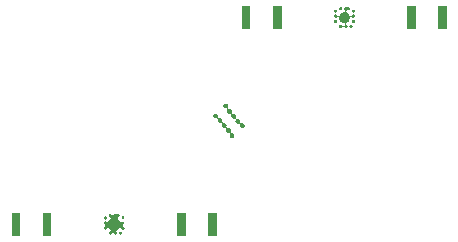
<source format=gbr>
G04 #@! TF.GenerationSoftware,KiCad,Pcbnew,5.0.2-bee76a0~70~ubuntu18.04.1*
G04 #@! TF.CreationDate,2019-07-08T07:57:12+02:00*
G04 #@! TF.ProjectId,upper_Sensor,75707065-725f-4536-956e-736f722e6b69,rev?*
G04 #@! TF.SameCoordinates,Original*
G04 #@! TF.FileFunction,Soldermask,Top*
G04 #@! TF.FilePolarity,Negative*
%FSLAX46Y46*%
G04 Gerber Fmt 4.6, Leading zero omitted, Abs format (unit mm)*
G04 Created by KiCad (PCBNEW 5.0.2-bee76a0~70~ubuntu18.04.1) date Mo 08 Jul 2019 07:57:12 CEST*
%MOMM*%
%LPD*%
G01*
G04 APERTURE LIST*
%ADD10C,0.200000*%
%ADD11C,0.100000*%
G04 APERTURE END LIST*
D10*
X130305902Y-62830000D02*
G75*
G03X130305902Y-62830000I-55902J0D01*
G01*
X129665902Y-61750000D02*
G75*
G03X129665902Y-61750000I-55902J0D01*
G01*
X129665901Y-63250000D02*
G75*
G03X129665901Y-63250000I-55901J0D01*
G01*
X128805902Y-62390000D02*
G75*
G03X128805902Y-62390000I-55902J0D01*
G01*
X130305902Y-62390000D02*
G75*
G03X130305902Y-62390000I-55902J0D01*
G01*
X129225902Y-61750000D02*
G75*
G03X129225902Y-61750000I-55902J0D01*
G01*
X128805902Y-62830000D02*
G75*
G03X128805902Y-62830000I-55902J0D01*
G01*
X128805902Y-61950000D02*
G75*
G03X128805902Y-61950000I-55902J0D01*
G01*
X130305902Y-61950000D02*
G75*
G03X130305902Y-61950000I-55902J0D01*
G01*
X130105901Y-63250000D02*
G75*
G03X130105901Y-63250000I-55901J0D01*
G01*
X129225901Y-63250000D02*
G75*
G03X129225901Y-63250000I-55901J0D01*
G01*
X129885902Y-61750000D02*
G75*
G03X129885902Y-61750000I-55902J0D01*
G01*
X110805902Y-80330000D02*
G75*
G03X110805902Y-80330000I-55902J0D01*
G01*
X110165902Y-79250000D02*
G75*
G03X110165902Y-79250000I-55902J0D01*
G01*
X110165901Y-80750000D02*
G75*
G03X110165901Y-80750000I-55901J0D01*
G01*
X109305902Y-79890000D02*
G75*
G03X109305902Y-79890000I-55902J0D01*
G01*
X110805902Y-79890000D02*
G75*
G03X110805902Y-79890000I-55902J0D01*
G01*
X109725902Y-79250000D02*
G75*
G03X109725902Y-79250000I-55902J0D01*
G01*
X109305902Y-80330000D02*
G75*
G03X109305902Y-80330000I-55902J0D01*
G01*
X109305902Y-79450000D02*
G75*
G03X109305902Y-79450000I-55902J0D01*
G01*
X110805902Y-79450000D02*
G75*
G03X110805902Y-79450000I-55902J0D01*
G01*
X110605901Y-80750000D02*
G75*
G03X110605901Y-80750000I-55901J0D01*
G01*
X109725901Y-80750000D02*
G75*
G03X109725901Y-80750000I-55901J0D01*
G01*
X110385902Y-79250000D02*
G75*
G03X110385902Y-79250000I-55902J0D01*
G01*
D11*
G36*
X104691000Y-80966000D02*
X103959000Y-80966000D01*
X103959000Y-79034000D01*
X104691000Y-79034000D01*
X104691000Y-80966000D01*
X104691000Y-80966000D01*
G37*
G36*
X116041000Y-80966000D02*
X115309000Y-80966000D01*
X115309000Y-79034000D01*
X116041000Y-79034000D01*
X116041000Y-80966000D01*
X116041000Y-80966000D01*
G37*
G36*
X118691000Y-80966000D02*
X117959000Y-80966000D01*
X117959000Y-79034000D01*
X118691000Y-79034000D01*
X118691000Y-80966000D01*
X118691000Y-80966000D01*
G37*
G36*
X102041000Y-80966000D02*
X101309000Y-80966000D01*
X101309000Y-79034000D01*
X102041000Y-79034000D01*
X102041000Y-80966000D01*
X102041000Y-80966000D01*
G37*
G36*
X110760049Y-79717835D02*
X110771600Y-79739446D01*
X110787146Y-79758388D01*
X110806088Y-79773934D01*
X110812679Y-79778338D01*
X110812684Y-79778340D01*
X110833321Y-79792129D01*
X110850871Y-79809679D01*
X110864660Y-79830316D01*
X110874158Y-79853247D01*
X110879000Y-79877590D01*
X110879000Y-79902410D01*
X110874158Y-79926753D01*
X110864660Y-79949684D01*
X110850871Y-79970321D01*
X110833321Y-79987871D01*
X110812684Y-80001660D01*
X110812679Y-80001662D01*
X110806088Y-80006066D01*
X110787146Y-80021612D01*
X110771600Y-80040554D01*
X110760049Y-80062165D01*
X110752936Y-80085614D01*
X110750534Y-80110000D01*
X110752936Y-80134386D01*
X110760049Y-80157835D01*
X110771600Y-80179446D01*
X110787146Y-80198388D01*
X110806088Y-80213934D01*
X110812679Y-80218338D01*
X110812684Y-80218340D01*
X110833321Y-80232129D01*
X110850871Y-80249679D01*
X110864660Y-80270316D01*
X110874158Y-80293247D01*
X110879000Y-80317590D01*
X110879000Y-80342410D01*
X110874158Y-80366753D01*
X110864660Y-80389684D01*
X110850871Y-80410321D01*
X110833321Y-80427871D01*
X110812684Y-80441660D01*
X110789753Y-80451158D01*
X110765410Y-80456000D01*
X110732967Y-80456000D01*
X110708581Y-80458402D01*
X110688638Y-80464451D01*
X110685518Y-80454165D01*
X110673967Y-80432554D01*
X110658426Y-80413618D01*
X110655129Y-80410321D01*
X110641340Y-80389684D01*
X110639180Y-80384470D01*
X110627630Y-80362862D01*
X110612084Y-80343920D01*
X110593142Y-80328375D01*
X110571530Y-80316825D01*
X110548081Y-80309712D01*
X110523695Y-80307311D01*
X110499308Y-80309713D01*
X110475860Y-80316827D01*
X110454249Y-80328379D01*
X110435310Y-80343923D01*
X110351245Y-80427988D01*
X110258646Y-80489861D01*
X110241994Y-80498762D01*
X110223053Y-80514308D01*
X110207508Y-80533250D01*
X110195957Y-80554861D01*
X110188844Y-80578311D01*
X110186443Y-80602697D01*
X110188845Y-80627083D01*
X110195959Y-80650532D01*
X110207510Y-80672141D01*
X110207866Y-80672674D01*
X110207871Y-80672679D01*
X110221660Y-80693316D01*
X110221662Y-80693320D01*
X110226067Y-80699913D01*
X110241612Y-80718855D01*
X110260555Y-80734400D01*
X110282166Y-80745951D01*
X110305404Y-80753000D01*
X110282165Y-80760049D01*
X110260554Y-80771600D01*
X110241612Y-80787146D01*
X110226066Y-80806088D01*
X110221662Y-80812679D01*
X110221660Y-80812684D01*
X110207871Y-80833321D01*
X110190321Y-80850871D01*
X110169684Y-80864660D01*
X110146753Y-80874158D01*
X110122410Y-80879000D01*
X110097590Y-80879000D01*
X110073247Y-80874158D01*
X110050316Y-80864660D01*
X110029679Y-80850871D01*
X110012129Y-80833321D01*
X109998340Y-80812684D01*
X109998338Y-80812679D01*
X109993934Y-80806088D01*
X109978388Y-80787146D01*
X109959446Y-80771600D01*
X109937835Y-80760049D01*
X109914386Y-80752936D01*
X109890000Y-80750534D01*
X109865614Y-80752936D01*
X109842165Y-80760049D01*
X109820554Y-80771600D01*
X109801612Y-80787146D01*
X109786066Y-80806088D01*
X109781662Y-80812679D01*
X109781660Y-80812684D01*
X109767871Y-80833321D01*
X109750321Y-80850871D01*
X109729684Y-80864660D01*
X109706753Y-80874158D01*
X109682410Y-80879000D01*
X109657590Y-80879000D01*
X109633247Y-80874158D01*
X109610316Y-80864660D01*
X109589679Y-80850871D01*
X109572129Y-80833321D01*
X109558340Y-80812684D01*
X109548842Y-80789753D01*
X109544000Y-80765410D01*
X109544000Y-80740590D01*
X109548842Y-80716247D01*
X109558340Y-80693316D01*
X109572129Y-80672679D01*
X109589679Y-80655129D01*
X109610316Y-80641340D01*
X109615530Y-80639180D01*
X109637138Y-80627630D01*
X109656080Y-80612084D01*
X109671625Y-80593142D01*
X109683175Y-80571530D01*
X109690288Y-80548081D01*
X109692689Y-80523695D01*
X109690287Y-80499308D01*
X109683173Y-80475860D01*
X109671621Y-80454249D01*
X109656077Y-80435310D01*
X109564690Y-80343923D01*
X109545748Y-80328377D01*
X109524137Y-80316826D01*
X109500688Y-80309713D01*
X109476302Y-80307311D01*
X109451916Y-80309713D01*
X109428467Y-80316826D01*
X109406856Y-80328377D01*
X109387914Y-80343923D01*
X109372368Y-80362865D01*
X109360820Y-80384470D01*
X109358660Y-80389684D01*
X109344871Y-80410321D01*
X109327321Y-80427871D01*
X109306684Y-80441660D01*
X109283753Y-80451158D01*
X109259410Y-80456000D01*
X109234590Y-80456000D01*
X109210247Y-80451158D01*
X109187316Y-80441660D01*
X109166679Y-80427871D01*
X109149129Y-80410321D01*
X109135340Y-80389684D01*
X109125842Y-80366753D01*
X109121000Y-80342410D01*
X109121000Y-80317590D01*
X109125842Y-80293247D01*
X109135340Y-80270316D01*
X109149129Y-80249679D01*
X109166679Y-80232129D01*
X109187316Y-80218340D01*
X109187321Y-80218338D01*
X109193912Y-80213934D01*
X109212854Y-80198388D01*
X109228400Y-80179446D01*
X109239951Y-80157835D01*
X109247064Y-80134386D01*
X109249466Y-80110000D01*
X109247064Y-80085614D01*
X109239951Y-80062165D01*
X109228400Y-80040554D01*
X109212854Y-80021612D01*
X109193912Y-80006066D01*
X109187321Y-80001662D01*
X109187316Y-80001660D01*
X109166679Y-79987871D01*
X109149129Y-79970321D01*
X109135340Y-79949684D01*
X109125842Y-79926753D01*
X109121000Y-79902410D01*
X109121000Y-79877590D01*
X109125842Y-79853247D01*
X109135340Y-79830316D01*
X109149129Y-79809679D01*
X109166679Y-79792129D01*
X109187316Y-79778340D01*
X109187321Y-79778338D01*
X109193912Y-79773934D01*
X109212854Y-79758388D01*
X109228400Y-79739446D01*
X109239951Y-79717835D01*
X109247000Y-79694597D01*
X109254049Y-79717835D01*
X109265600Y-79739446D01*
X109281146Y-79758388D01*
X109300087Y-79773933D01*
X109306680Y-79778338D01*
X109306684Y-79778340D01*
X109327321Y-79792129D01*
X109327326Y-79792134D01*
X109327859Y-79792490D01*
X109349470Y-79804042D01*
X109372919Y-79811155D01*
X109397305Y-79813557D01*
X109421691Y-79811155D01*
X109445140Y-79804042D01*
X109466751Y-79792491D01*
X109485694Y-79776946D01*
X109501239Y-79758004D01*
X109510139Y-79741354D01*
X109572012Y-79648755D01*
X109656077Y-79564690D01*
X109671623Y-79545748D01*
X109683174Y-79524137D01*
X109690287Y-79500688D01*
X109692689Y-79476302D01*
X109690287Y-79451916D01*
X109683174Y-79428467D01*
X109671623Y-79406856D01*
X109656077Y-79387914D01*
X109637135Y-79372368D01*
X109615530Y-79360820D01*
X109610316Y-79358660D01*
X109589679Y-79344871D01*
X109586382Y-79341574D01*
X109567446Y-79326033D01*
X109545835Y-79314482D01*
X109535549Y-79311362D01*
X109541598Y-79291419D01*
X109544000Y-79267033D01*
X109544000Y-79234591D01*
X109545231Y-79228400D01*
X109548842Y-79210247D01*
X109558340Y-79187316D01*
X109572129Y-79166679D01*
X109589679Y-79149129D01*
X109610316Y-79135340D01*
X109633247Y-79125842D01*
X109657590Y-79121000D01*
X109682410Y-79121000D01*
X109706753Y-79125842D01*
X109729684Y-79135340D01*
X109750321Y-79149129D01*
X109767871Y-79166679D01*
X109781660Y-79187316D01*
X109781662Y-79187321D01*
X109786066Y-79193912D01*
X109801612Y-79212854D01*
X109820554Y-79228400D01*
X109842165Y-79239951D01*
X109865614Y-79247064D01*
X109890000Y-79249466D01*
X109914386Y-79247064D01*
X109937835Y-79239951D01*
X109959446Y-79228400D01*
X109978388Y-79212854D01*
X109993934Y-79193912D01*
X109998338Y-79187321D01*
X109998340Y-79187316D01*
X110012129Y-79166679D01*
X110029679Y-79149129D01*
X110050316Y-79135340D01*
X110073247Y-79125842D01*
X110097590Y-79121000D01*
X110122410Y-79121000D01*
X110146754Y-79125842D01*
X110160142Y-79131388D01*
X110169684Y-79135340D01*
X110169685Y-79135341D01*
X110172165Y-79136368D01*
X110195614Y-79143481D01*
X110220001Y-79145883D01*
X110244387Y-79143481D01*
X110267835Y-79136368D01*
X110270315Y-79135341D01*
X110270316Y-79135340D01*
X110279858Y-79131388D01*
X110293246Y-79125842D01*
X110317590Y-79121000D01*
X110342410Y-79121000D01*
X110366753Y-79125842D01*
X110389684Y-79135340D01*
X110410321Y-79149129D01*
X110427871Y-79166679D01*
X110441660Y-79187316D01*
X110451158Y-79210247D01*
X110454769Y-79228400D01*
X110456000Y-79234591D01*
X110456000Y-79267033D01*
X110458402Y-79291419D01*
X110464451Y-79311362D01*
X110454165Y-79314482D01*
X110432554Y-79326033D01*
X110413618Y-79341574D01*
X110410321Y-79344871D01*
X110389684Y-79358660D01*
X110384470Y-79360820D01*
X110362862Y-79372370D01*
X110343920Y-79387916D01*
X110328375Y-79406858D01*
X110316825Y-79428470D01*
X110309712Y-79451919D01*
X110307311Y-79476305D01*
X110309713Y-79500692D01*
X110316827Y-79524140D01*
X110328379Y-79545751D01*
X110343923Y-79564690D01*
X110427988Y-79648755D01*
X110489861Y-79741354D01*
X110498762Y-79758006D01*
X110514308Y-79776947D01*
X110533250Y-79792492D01*
X110554861Y-79804043D01*
X110578311Y-79811156D01*
X110602697Y-79813557D01*
X110627083Y-79811155D01*
X110650532Y-79804041D01*
X110672141Y-79792490D01*
X110672674Y-79792134D01*
X110672679Y-79792129D01*
X110693316Y-79778340D01*
X110693320Y-79778338D01*
X110699913Y-79773933D01*
X110718855Y-79758388D01*
X110734400Y-79739445D01*
X110745951Y-79717834D01*
X110753000Y-79694597D01*
X110760049Y-79717835D01*
X110760049Y-79717835D01*
G37*
G36*
X110617482Y-80628835D02*
X110629033Y-80650446D01*
X110644574Y-80669382D01*
X110647871Y-80672679D01*
X110661660Y-80693316D01*
X110671158Y-80716247D01*
X110676000Y-80740590D01*
X110676000Y-80765410D01*
X110671158Y-80789753D01*
X110661660Y-80812684D01*
X110647871Y-80833321D01*
X110630321Y-80850871D01*
X110609684Y-80864660D01*
X110586753Y-80874158D01*
X110562410Y-80879000D01*
X110537590Y-80879000D01*
X110513247Y-80874158D01*
X110490316Y-80864660D01*
X110469679Y-80850871D01*
X110452129Y-80833321D01*
X110438340Y-80812684D01*
X110438338Y-80812679D01*
X110433934Y-80806088D01*
X110418388Y-80787146D01*
X110399446Y-80771600D01*
X110377835Y-80760049D01*
X110354597Y-80753000D01*
X110377836Y-80745951D01*
X110399447Y-80734399D01*
X110418389Y-80718854D01*
X110433934Y-80699912D01*
X110438338Y-80693321D01*
X110438340Y-80693316D01*
X110452129Y-80672679D01*
X110469679Y-80655129D01*
X110490316Y-80641340D01*
X110513247Y-80631842D01*
X110537590Y-80627000D01*
X110570033Y-80627000D01*
X110594419Y-80624598D01*
X110614362Y-80618549D01*
X110617482Y-80628835D01*
X110617482Y-80628835D01*
G37*
G36*
X110789753Y-79328842D02*
X110812684Y-79338340D01*
X110833321Y-79352129D01*
X110850871Y-79369679D01*
X110864660Y-79390316D01*
X110874158Y-79413247D01*
X110879000Y-79437590D01*
X110879000Y-79462410D01*
X110874158Y-79486753D01*
X110864660Y-79509684D01*
X110850871Y-79530321D01*
X110833321Y-79547871D01*
X110812684Y-79561660D01*
X110812679Y-79561662D01*
X110806088Y-79566066D01*
X110787146Y-79581612D01*
X110771600Y-79600554D01*
X110760049Y-79622165D01*
X110753000Y-79645403D01*
X110745951Y-79622164D01*
X110734399Y-79600553D01*
X110718854Y-79581611D01*
X110699912Y-79566066D01*
X110693321Y-79561662D01*
X110693316Y-79561660D01*
X110672679Y-79547871D01*
X110655129Y-79530321D01*
X110641340Y-79509684D01*
X110631842Y-79486753D01*
X110627000Y-79462410D01*
X110627000Y-79429967D01*
X110624598Y-79405581D01*
X110618549Y-79385638D01*
X110628835Y-79382518D01*
X110650446Y-79370967D01*
X110669382Y-79355426D01*
X110672679Y-79352129D01*
X110693316Y-79338340D01*
X110716247Y-79328842D01*
X110740590Y-79324000D01*
X110765410Y-79324000D01*
X110789753Y-79328842D01*
X110789753Y-79328842D01*
G37*
G36*
X109283753Y-79328842D02*
X109306684Y-79338340D01*
X109327321Y-79352129D01*
X109330618Y-79355426D01*
X109349554Y-79370967D01*
X109371165Y-79382518D01*
X109381451Y-79385638D01*
X109375402Y-79405581D01*
X109373000Y-79429967D01*
X109373000Y-79462410D01*
X109368158Y-79486753D01*
X109358660Y-79509684D01*
X109344871Y-79530321D01*
X109327321Y-79547871D01*
X109306684Y-79561660D01*
X109306679Y-79561662D01*
X109300088Y-79566066D01*
X109281146Y-79581612D01*
X109265600Y-79600554D01*
X109254049Y-79622165D01*
X109247000Y-79645403D01*
X109239951Y-79622165D01*
X109228400Y-79600554D01*
X109212854Y-79581612D01*
X109193912Y-79566066D01*
X109187321Y-79561662D01*
X109187316Y-79561660D01*
X109166679Y-79547871D01*
X109149129Y-79530321D01*
X109135340Y-79509684D01*
X109125842Y-79486753D01*
X109121000Y-79462410D01*
X109121000Y-79437590D01*
X109125842Y-79413247D01*
X109135340Y-79390316D01*
X109149129Y-79369679D01*
X109166679Y-79352129D01*
X109187316Y-79338340D01*
X109210247Y-79328842D01*
X109234590Y-79324000D01*
X109259410Y-79324000D01*
X109283753Y-79328842D01*
X109283753Y-79328842D01*
G37*
G36*
X118598402Y-70627536D02*
X118633846Y-70634586D01*
X118670425Y-70649738D01*
X118670427Y-70649739D01*
X118703347Y-70671736D01*
X118731342Y-70699731D01*
X118749866Y-70727453D01*
X118753340Y-70732653D01*
X118768492Y-70769232D01*
X118776216Y-70808065D01*
X118776216Y-70847659D01*
X118770791Y-70874932D01*
X118768390Y-70899311D01*
X118770792Y-70923697D01*
X118777905Y-70947146D01*
X118789456Y-70968757D01*
X118805001Y-70987700D01*
X118823943Y-71003245D01*
X118845553Y-71014796D01*
X118869003Y-71021910D01*
X118893389Y-71024312D01*
X118917776Y-71021910D01*
X118947252Y-71016047D01*
X118986848Y-71016047D01*
X118996555Y-71017978D01*
X119025680Y-71023771D01*
X119062259Y-71038923D01*
X119062261Y-71038924D01*
X119077131Y-71048860D01*
X119095180Y-71060920D01*
X119123177Y-71088917D01*
X119134100Y-71105265D01*
X119144469Y-71120782D01*
X119145174Y-71121838D01*
X119160326Y-71158417D01*
X119164956Y-71181697D01*
X119168050Y-71197249D01*
X119168050Y-71236845D01*
X119158343Y-71285646D01*
X119157106Y-71289723D01*
X119154703Y-71314110D01*
X119157104Y-71338496D01*
X119164216Y-71361945D01*
X119175766Y-71383557D01*
X119191311Y-71402500D01*
X119210252Y-71418046D01*
X119231863Y-71429598D01*
X119255311Y-71436712D01*
X119279698Y-71439115D01*
X119297418Y-71437370D01*
X119340382Y-71437370D01*
X119349154Y-71439115D01*
X119379214Y-71445094D01*
X119415793Y-71460246D01*
X119415795Y-71460247D01*
X119421175Y-71463842D01*
X119435417Y-71473358D01*
X119448715Y-71482244D01*
X119476710Y-71510239D01*
X119497470Y-71541307D01*
X119498708Y-71543161D01*
X119513860Y-71579740D01*
X119516824Y-71594644D01*
X119521584Y-71618572D01*
X119521584Y-71658168D01*
X119511882Y-71706945D01*
X119510641Y-71711032D01*
X119508235Y-71735418D01*
X119510632Y-71759805D01*
X119517741Y-71783255D01*
X119529288Y-71804868D01*
X119544830Y-71823813D01*
X119563769Y-71839362D01*
X119585378Y-71850918D01*
X119608825Y-71858036D01*
X119633211Y-71860442D01*
X119650950Y-71858697D01*
X119693915Y-71858697D01*
X119697293Y-71859369D01*
X119732747Y-71866421D01*
X119769326Y-71881573D01*
X119769328Y-71881574D01*
X119802248Y-71903571D01*
X119830243Y-71931566D01*
X119851013Y-71962649D01*
X119852241Y-71964488D01*
X119867393Y-72001067D01*
X119875117Y-72039900D01*
X119875117Y-72079494D01*
X119867393Y-72118327D01*
X119858695Y-72139324D01*
X119851582Y-72162773D01*
X119849180Y-72187160D01*
X119851582Y-72211546D01*
X119858695Y-72234995D01*
X119870246Y-72256606D01*
X119885791Y-72275548D01*
X119904734Y-72291094D01*
X119926344Y-72302645D01*
X119949793Y-72309758D01*
X119974180Y-72312160D01*
X120009146Y-72312160D01*
X120018853Y-72314091D01*
X120047978Y-72319884D01*
X120084557Y-72335036D01*
X120084559Y-72335037D01*
X120101130Y-72346110D01*
X120117478Y-72357033D01*
X120145475Y-72385030D01*
X120156398Y-72401378D01*
X120162216Y-72410084D01*
X120167472Y-72417951D01*
X120182624Y-72454530D01*
X120190348Y-72493363D01*
X120190348Y-72532957D01*
X120182624Y-72571790D01*
X120167472Y-72608369D01*
X120167471Y-72608371D01*
X120145474Y-72641291D01*
X120117479Y-72669286D01*
X120084559Y-72691283D01*
X120084558Y-72691284D01*
X120084557Y-72691284D01*
X120047978Y-72706436D01*
X120018853Y-72712229D01*
X120009146Y-72714160D01*
X119969550Y-72714160D01*
X119959843Y-72712229D01*
X119930718Y-72706436D01*
X119894139Y-72691284D01*
X119894138Y-72691284D01*
X119894137Y-72691283D01*
X119861217Y-72669286D01*
X119833222Y-72641291D01*
X119811225Y-72608371D01*
X119811224Y-72608369D01*
X119796072Y-72571790D01*
X119788348Y-72532957D01*
X119788348Y-72493363D01*
X119796072Y-72454530D01*
X119804771Y-72433529D01*
X119811883Y-72410084D01*
X119814285Y-72385697D01*
X119811883Y-72361311D01*
X119804770Y-72337862D01*
X119793219Y-72316251D01*
X119777674Y-72297309D01*
X119758731Y-72281763D01*
X119737121Y-72270212D01*
X119713672Y-72263099D01*
X119689285Y-72260697D01*
X119654319Y-72260697D01*
X119644612Y-72258766D01*
X119615487Y-72252973D01*
X119578908Y-72237821D01*
X119578907Y-72237821D01*
X119578906Y-72237820D01*
X119545986Y-72215823D01*
X119517991Y-72187828D01*
X119517545Y-72187160D01*
X119507067Y-72171479D01*
X119495994Y-72154908D01*
X119489539Y-72139324D01*
X119480841Y-72118327D01*
X119473117Y-72079494D01*
X119473117Y-72039900D01*
X119480841Y-72001067D01*
X119482819Y-71991122D01*
X119484060Y-71987035D01*
X119486466Y-71962649D01*
X119484069Y-71938262D01*
X119476960Y-71914812D01*
X119465413Y-71893199D01*
X119449871Y-71874254D01*
X119430932Y-71858705D01*
X119409323Y-71847149D01*
X119385876Y-71840031D01*
X119361490Y-71837625D01*
X119343751Y-71839370D01*
X119300786Y-71839370D01*
X119291079Y-71837439D01*
X119261954Y-71831646D01*
X119225375Y-71816494D01*
X119225374Y-71816494D01*
X119225373Y-71816493D01*
X119192453Y-71794496D01*
X119164458Y-71766501D01*
X119142461Y-71733581D01*
X119138792Y-71724723D01*
X119127308Y-71697000D01*
X119119584Y-71658167D01*
X119119584Y-71618573D01*
X119127308Y-71579740D01*
X119129291Y-71569771D01*
X119130528Y-71565694D01*
X119132931Y-71541307D01*
X119130530Y-71516921D01*
X119123418Y-71493472D01*
X119111868Y-71471860D01*
X119096323Y-71452917D01*
X119077382Y-71437371D01*
X119055771Y-71425819D01*
X119032323Y-71418705D01*
X119007936Y-71416302D01*
X118990216Y-71418047D01*
X118947252Y-71418047D01*
X118937545Y-71416116D01*
X118908420Y-71410323D01*
X118871841Y-71395171D01*
X118871840Y-71395171D01*
X118871839Y-71395170D01*
X118838919Y-71373173D01*
X118810924Y-71345178D01*
X118804483Y-71335538D01*
X118796754Y-71323971D01*
X118788927Y-71312258D01*
X118782485Y-71296706D01*
X118773774Y-71275677D01*
X118766050Y-71236844D01*
X118766050Y-71197250D01*
X118771475Y-71169977D01*
X118773876Y-71145598D01*
X118771474Y-71121212D01*
X118764361Y-71097763D01*
X118752810Y-71076152D01*
X118737265Y-71057209D01*
X118718323Y-71041664D01*
X118696713Y-71030113D01*
X118673263Y-71022999D01*
X118648877Y-71020597D01*
X118624490Y-71022999D01*
X118595014Y-71028862D01*
X118555418Y-71028862D01*
X118545711Y-71026931D01*
X118516586Y-71021138D01*
X118480007Y-71005986D01*
X118480006Y-71005986D01*
X118480005Y-71005985D01*
X118447085Y-70983988D01*
X118419090Y-70955993D01*
X118416870Y-70952670D01*
X118408166Y-70939644D01*
X118397093Y-70923073D01*
X118397092Y-70923071D01*
X118381940Y-70886492D01*
X118374216Y-70847659D01*
X118374216Y-70808065D01*
X118381940Y-70769232D01*
X118397092Y-70732653D01*
X118400567Y-70727453D01*
X118419090Y-70699731D01*
X118447085Y-70671736D01*
X118480005Y-70649739D01*
X118480007Y-70649738D01*
X118516586Y-70634586D01*
X118552030Y-70627536D01*
X118555418Y-70626862D01*
X118595014Y-70626862D01*
X118598402Y-70627536D01*
X118598402Y-70627536D01*
G37*
G36*
X119477369Y-69781727D02*
X119506494Y-69787520D01*
X119543073Y-69802672D01*
X119543075Y-69802673D01*
X119559646Y-69813746D01*
X119575994Y-69824669D01*
X119603991Y-69852666D01*
X119625988Y-69885587D01*
X119641140Y-69922166D01*
X119648864Y-69960999D01*
X119648864Y-70000593D01*
X119641141Y-70039423D01*
X119641140Y-70039425D01*
X119632442Y-70060423D01*
X119625328Y-70083872D01*
X119622926Y-70108258D01*
X119625327Y-70132644D01*
X119632440Y-70156093D01*
X119643991Y-70177704D01*
X119659536Y-70196647D01*
X119678478Y-70212192D01*
X119700089Y-70223744D01*
X119723538Y-70230858D01*
X119747926Y-70233260D01*
X119782894Y-70233260D01*
X119792601Y-70235191D01*
X119821726Y-70240984D01*
X119858305Y-70256136D01*
X119858307Y-70256137D01*
X119891227Y-70278134D01*
X119919222Y-70306129D01*
X119935964Y-70331184D01*
X119941220Y-70339051D01*
X119956372Y-70375630D01*
X119962165Y-70404755D01*
X119964096Y-70414462D01*
X119964096Y-70454058D01*
X119954385Y-70502880D01*
X119953148Y-70506959D01*
X119950749Y-70531346D01*
X119953154Y-70555732D01*
X119960271Y-70579180D01*
X119971825Y-70600789D01*
X119987373Y-70619729D01*
X120006317Y-70635272D01*
X120027929Y-70646820D01*
X120051379Y-70653930D01*
X120075766Y-70656329D01*
X120093466Y-70654584D01*
X120136426Y-70654584D01*
X120145198Y-70656329D01*
X120175258Y-70662308D01*
X120211837Y-70677460D01*
X120211839Y-70677461D01*
X120228410Y-70688534D01*
X120244758Y-70699457D01*
X120272755Y-70727454D01*
X120294752Y-70760375D01*
X120309904Y-70796954D01*
X120312114Y-70808065D01*
X120317628Y-70835786D01*
X120317628Y-70875382D01*
X120307917Y-70924204D01*
X120306680Y-70928283D01*
X120304281Y-70952670D01*
X120306686Y-70977056D01*
X120313803Y-71000504D01*
X120325357Y-71022113D01*
X120340905Y-71041053D01*
X120359849Y-71056596D01*
X120381461Y-71068144D01*
X120404911Y-71075254D01*
X120429298Y-71077653D01*
X120447003Y-71075908D01*
X120489959Y-71075908D01*
X120498731Y-71077653D01*
X120528791Y-71083632D01*
X120562905Y-71097763D01*
X120565372Y-71098785D01*
X120581943Y-71109858D01*
X120598291Y-71120781D01*
X120626288Y-71148778D01*
X120648285Y-71181699D01*
X120663437Y-71218278D01*
X120671161Y-71257111D01*
X120671161Y-71296705D01*
X120665736Y-71323978D01*
X120663335Y-71348357D01*
X120665737Y-71372743D01*
X120672850Y-71396192D01*
X120684401Y-71417803D01*
X120699946Y-71436746D01*
X120718888Y-71452291D01*
X120740498Y-71463842D01*
X120763948Y-71470956D01*
X120788334Y-71473358D01*
X120812717Y-71470957D01*
X120842200Y-71465093D01*
X120881795Y-71465093D01*
X120891502Y-71467024D01*
X120920627Y-71472817D01*
X120957206Y-71487969D01*
X120957208Y-71487970D01*
X120990128Y-71509967D01*
X121018123Y-71537962D01*
X121039378Y-71569771D01*
X121040121Y-71570884D01*
X121055273Y-71607463D01*
X121062997Y-71646296D01*
X121062997Y-71685890D01*
X121055273Y-71724723D01*
X121040121Y-71761302D01*
X121018124Y-71794223D01*
X120990127Y-71822220D01*
X120976020Y-71831646D01*
X120957208Y-71844216D01*
X120957207Y-71844217D01*
X120957206Y-71844217D01*
X120920627Y-71859369D01*
X120891502Y-71865162D01*
X120881795Y-71867093D01*
X120842199Y-71867093D01*
X120832492Y-71865162D01*
X120803367Y-71859369D01*
X120766788Y-71844217D01*
X120766787Y-71844217D01*
X120766786Y-71844216D01*
X120747974Y-71831646D01*
X120733867Y-71822220D01*
X120705870Y-71794223D01*
X120683873Y-71761302D01*
X120668721Y-71724723D01*
X120660997Y-71685890D01*
X120660997Y-71646296D01*
X120666422Y-71619023D01*
X120668823Y-71594644D01*
X120666421Y-71570258D01*
X120659308Y-71546809D01*
X120647757Y-71525198D01*
X120632212Y-71506255D01*
X120613270Y-71490710D01*
X120591660Y-71479159D01*
X120568210Y-71472045D01*
X120543824Y-71469643D01*
X120519441Y-71472044D01*
X120489958Y-71477908D01*
X120450363Y-71477908D01*
X120440656Y-71475977D01*
X120411531Y-71470184D01*
X120374952Y-71455032D01*
X120374951Y-71455032D01*
X120374950Y-71455031D01*
X120358379Y-71443958D01*
X120342031Y-71433035D01*
X120314034Y-71405038D01*
X120292743Y-71373174D01*
X120292038Y-71372119D01*
X120292037Y-71372117D01*
X120276885Y-71335538D01*
X120269161Y-71296705D01*
X120269161Y-71257111D01*
X120276885Y-71218278D01*
X120278872Y-71208288D01*
X120280109Y-71204209D01*
X120282508Y-71179822D01*
X120280103Y-71155436D01*
X120272986Y-71131988D01*
X120261432Y-71110379D01*
X120245884Y-71091439D01*
X120226940Y-71075896D01*
X120205328Y-71064348D01*
X120181878Y-71057238D01*
X120157491Y-71054839D01*
X120139786Y-71056584D01*
X120096830Y-71056584D01*
X120087123Y-71054653D01*
X120057998Y-71048860D01*
X120021419Y-71033708D01*
X120021418Y-71033708D01*
X120021417Y-71033707D01*
X120001797Y-71020597D01*
X119988498Y-71011711D01*
X119960501Y-70983714D01*
X119949578Y-70967366D01*
X119938505Y-70950795D01*
X119938504Y-70950793D01*
X119923352Y-70914214D01*
X119915628Y-70875381D01*
X119915628Y-70835787D01*
X119923352Y-70796954D01*
X119925339Y-70786964D01*
X119926576Y-70782885D01*
X119928975Y-70758498D01*
X119926570Y-70734112D01*
X119919453Y-70710664D01*
X119907899Y-70689055D01*
X119892351Y-70670115D01*
X119873407Y-70654572D01*
X119851795Y-70643024D01*
X119828345Y-70635914D01*
X119803958Y-70633515D01*
X119786258Y-70635260D01*
X119743298Y-70635260D01*
X119733591Y-70633329D01*
X119704466Y-70627536D01*
X119667887Y-70612384D01*
X119667886Y-70612384D01*
X119667885Y-70612383D01*
X119634965Y-70590386D01*
X119606970Y-70562391D01*
X119584973Y-70529471D01*
X119584972Y-70529469D01*
X119569820Y-70492890D01*
X119562096Y-70454057D01*
X119562096Y-70414463D01*
X119569820Y-70375630D01*
X119578519Y-70354629D01*
X119585632Y-70331184D01*
X119588034Y-70306798D01*
X119585633Y-70282412D01*
X119578520Y-70258963D01*
X119566969Y-70237352D01*
X119551424Y-70218409D01*
X119532482Y-70202864D01*
X119510871Y-70191312D01*
X119487422Y-70184198D01*
X119463034Y-70181796D01*
X119428066Y-70181796D01*
X119418359Y-70179865D01*
X119389234Y-70174072D01*
X119352655Y-70158920D01*
X119352654Y-70158920D01*
X119352653Y-70158919D01*
X119319733Y-70136922D01*
X119291738Y-70108927D01*
X119269741Y-70076007D01*
X119263286Y-70060423D01*
X119254588Y-70039426D01*
X119246864Y-70000593D01*
X119246864Y-69960999D01*
X119254588Y-69922166D01*
X119269740Y-69885587D01*
X119291737Y-69852666D01*
X119319734Y-69824669D01*
X119336082Y-69813746D01*
X119352653Y-69802673D01*
X119352655Y-69802672D01*
X119389234Y-69787520D01*
X119418359Y-69781727D01*
X119428066Y-69779796D01*
X119467662Y-69779796D01*
X119477369Y-69781727D01*
X119477369Y-69781727D01*
G37*
G36*
X138191000Y-63466000D02*
X137459000Y-63466000D01*
X137459000Y-61534000D01*
X138191000Y-61534000D01*
X138191000Y-63466000D01*
X138191000Y-63466000D01*
G37*
G36*
X124191000Y-63466000D02*
X123459000Y-63466000D01*
X123459000Y-61534000D01*
X124191000Y-61534000D01*
X124191000Y-63466000D01*
X124191000Y-63466000D01*
G37*
G36*
X121541000Y-63466000D02*
X120809000Y-63466000D01*
X120809000Y-61534000D01*
X121541000Y-61534000D01*
X121541000Y-63466000D01*
X121541000Y-63466000D01*
G37*
G36*
X135541000Y-63466000D02*
X134809000Y-63466000D01*
X134809000Y-61534000D01*
X135541000Y-61534000D01*
X135541000Y-63466000D01*
X135541000Y-63466000D01*
G37*
G36*
X129198537Y-63130208D02*
X129221264Y-63132446D01*
X129221955Y-63133288D01*
X129240892Y-63148829D01*
X129250321Y-63155129D01*
X129267871Y-63172679D01*
X129281660Y-63193316D01*
X129281662Y-63193321D01*
X129286066Y-63199912D01*
X129301612Y-63218854D01*
X129320554Y-63234400D01*
X129342165Y-63245951D01*
X129365403Y-63253000D01*
X129342165Y-63260049D01*
X129320554Y-63271600D01*
X129301612Y-63287146D01*
X129286066Y-63306088D01*
X129281662Y-63312679D01*
X129281660Y-63312684D01*
X129267871Y-63333321D01*
X129250321Y-63350871D01*
X129229684Y-63364660D01*
X129206753Y-63374158D01*
X129182410Y-63379000D01*
X129157590Y-63379000D01*
X129133247Y-63374158D01*
X129110316Y-63364660D01*
X129089679Y-63350871D01*
X129072129Y-63333321D01*
X129058340Y-63312684D01*
X129048842Y-63289753D01*
X129044000Y-63265410D01*
X129044000Y-63240590D01*
X129048842Y-63216247D01*
X129058340Y-63193316D01*
X129072129Y-63172679D01*
X129089679Y-63155129D01*
X129110316Y-63141340D01*
X129133247Y-63131842D01*
X129157590Y-63127000D01*
X129182410Y-63127000D01*
X129198537Y-63130208D01*
X129198537Y-63130208D01*
G37*
G36*
X129634581Y-61623421D02*
X129646754Y-61625842D01*
X129660142Y-61631388D01*
X129669684Y-61635340D01*
X129669685Y-61635341D01*
X129672165Y-61636368D01*
X129695614Y-61643481D01*
X129720001Y-61645883D01*
X129744387Y-61643481D01*
X129767835Y-61636368D01*
X129770315Y-61635341D01*
X129770316Y-61635340D01*
X129779858Y-61631388D01*
X129793246Y-61625842D01*
X129805419Y-61623421D01*
X129817590Y-61621000D01*
X129842410Y-61621000D01*
X129866753Y-61625842D01*
X129889684Y-61635340D01*
X129910321Y-61649129D01*
X129927871Y-61666679D01*
X129941660Y-61687316D01*
X129951158Y-61710247D01*
X129954769Y-61728400D01*
X129956000Y-61734591D01*
X129956000Y-61767033D01*
X129958402Y-61791419D01*
X129964451Y-61811362D01*
X129954165Y-61814482D01*
X129932554Y-61826033D01*
X129913618Y-61841574D01*
X129910321Y-61844871D01*
X129889684Y-61858660D01*
X129866753Y-61868158D01*
X129842410Y-61873000D01*
X129817590Y-61873000D01*
X129801463Y-61869792D01*
X129777085Y-61867391D01*
X129752699Y-61869792D01*
X129729249Y-61876905D01*
X129707638Y-61888456D01*
X129688696Y-61904001D01*
X129673150Y-61922943D01*
X129661599Y-61944554D01*
X129654485Y-61968003D01*
X129652083Y-61992389D01*
X129654484Y-62016775D01*
X129661597Y-62040225D01*
X129673148Y-62061836D01*
X129688693Y-62080778D01*
X129707636Y-62096324D01*
X129787497Y-62149686D01*
X129850311Y-62212500D01*
X129850313Y-62212503D01*
X129850314Y-62212504D01*
X129899671Y-62286371D01*
X129899672Y-62286374D01*
X129899673Y-62286375D01*
X129914122Y-62321259D01*
X129925673Y-62342870D01*
X129941218Y-62361812D01*
X129960160Y-62377357D01*
X129981771Y-62388909D01*
X130005220Y-62396022D01*
X130029606Y-62398424D01*
X130053993Y-62396022D01*
X130077442Y-62388909D01*
X130099053Y-62377358D01*
X130117995Y-62361813D01*
X130133540Y-62342871D01*
X130135894Y-62338468D01*
X130141338Y-62330320D01*
X130141340Y-62330316D01*
X130155129Y-62309679D01*
X130172679Y-62292129D01*
X130193316Y-62278340D01*
X130193321Y-62278338D01*
X130199912Y-62273934D01*
X130218854Y-62258388D01*
X130234400Y-62239446D01*
X130245951Y-62217835D01*
X130253000Y-62194597D01*
X130260049Y-62217835D01*
X130271600Y-62239446D01*
X130287146Y-62258388D01*
X130306088Y-62273934D01*
X130312679Y-62278338D01*
X130312684Y-62278340D01*
X130333321Y-62292129D01*
X130350871Y-62309679D01*
X130364660Y-62330316D01*
X130374158Y-62353247D01*
X130379000Y-62377590D01*
X130379000Y-62402410D01*
X130374158Y-62426753D01*
X130364660Y-62449684D01*
X130350871Y-62470321D01*
X130333321Y-62487871D01*
X130312684Y-62501660D01*
X130312679Y-62501662D01*
X130306088Y-62506066D01*
X130287146Y-62521612D01*
X130271600Y-62540554D01*
X130260049Y-62562165D01*
X130253000Y-62585403D01*
X130245951Y-62562165D01*
X130234400Y-62540554D01*
X130218854Y-62521612D01*
X130199912Y-62506066D01*
X130193321Y-62501662D01*
X130193316Y-62501660D01*
X130172679Y-62487871D01*
X130162518Y-62477710D01*
X130143582Y-62462169D01*
X130121971Y-62450618D01*
X130098522Y-62443505D01*
X130074136Y-62441103D01*
X130049750Y-62443505D01*
X130026301Y-62450618D01*
X130004690Y-62462169D01*
X129985748Y-62477715D01*
X129970202Y-62496657D01*
X129958651Y-62518268D01*
X129951538Y-62541717D01*
X129933669Y-62631549D01*
X129929415Y-62641820D01*
X129922302Y-62665269D01*
X129920063Y-62688003D01*
X129919222Y-62688693D01*
X129903676Y-62707636D01*
X129850314Y-62787497D01*
X129787500Y-62850311D01*
X129787497Y-62850313D01*
X129787496Y-62850314D01*
X129713629Y-62899671D01*
X129713626Y-62899672D01*
X129713625Y-62899673D01*
X129678741Y-62914122D01*
X129657130Y-62925673D01*
X129638188Y-62941218D01*
X129622643Y-62960160D01*
X129611091Y-62981771D01*
X129603978Y-63005220D01*
X129601576Y-63029606D01*
X129603978Y-63053993D01*
X129611091Y-63077442D01*
X129622642Y-63099053D01*
X129638187Y-63117995D01*
X129657129Y-63133540D01*
X129661532Y-63135894D01*
X129669680Y-63141338D01*
X129669684Y-63141340D01*
X129690321Y-63155129D01*
X129707871Y-63172679D01*
X129721660Y-63193316D01*
X129721662Y-63193321D01*
X129726066Y-63199912D01*
X129741612Y-63218854D01*
X129760554Y-63234400D01*
X129782165Y-63245951D01*
X129805403Y-63253000D01*
X129782165Y-63260049D01*
X129760554Y-63271600D01*
X129741612Y-63287146D01*
X129726066Y-63306088D01*
X129721662Y-63312679D01*
X129721660Y-63312684D01*
X129707871Y-63333321D01*
X129690321Y-63350871D01*
X129669684Y-63364660D01*
X129646753Y-63374158D01*
X129622410Y-63379000D01*
X129597590Y-63379000D01*
X129573247Y-63374158D01*
X129550316Y-63364660D01*
X129529679Y-63350871D01*
X129512129Y-63333321D01*
X129498340Y-63312684D01*
X129498338Y-63312679D01*
X129493934Y-63306088D01*
X129478388Y-63287146D01*
X129459446Y-63271600D01*
X129437835Y-63260049D01*
X129414597Y-63253000D01*
X129437835Y-63245951D01*
X129459446Y-63234400D01*
X129478388Y-63218854D01*
X129493934Y-63199912D01*
X129498338Y-63193321D01*
X129498340Y-63193316D01*
X129512129Y-63172679D01*
X129522290Y-63162518D01*
X129537831Y-63143582D01*
X129549382Y-63121971D01*
X129556495Y-63098522D01*
X129558897Y-63074136D01*
X129556495Y-63049750D01*
X129549382Y-63026301D01*
X129537831Y-63004690D01*
X129522285Y-62985748D01*
X129503343Y-62970202D01*
X129481732Y-62958651D01*
X129458283Y-62951538D01*
X129368451Y-62933669D01*
X129368449Y-62933668D01*
X129368448Y-62933668D01*
X129358181Y-62929415D01*
X129334731Y-62922302D01*
X129311997Y-62920063D01*
X129311307Y-62919222D01*
X129292364Y-62903676D01*
X129212503Y-62850314D01*
X129149686Y-62787497D01*
X129096324Y-62707636D01*
X129080779Y-62688694D01*
X129079937Y-62688003D01*
X129077698Y-62665269D01*
X129070585Y-62641820D01*
X129066331Y-62631549D01*
X129048462Y-62541717D01*
X129041349Y-62518268D01*
X129029798Y-62496657D01*
X129014252Y-62477715D01*
X128995310Y-62462169D01*
X128973700Y-62450618D01*
X128950250Y-62443505D01*
X128925864Y-62441103D01*
X128901478Y-62443505D01*
X128878029Y-62450618D01*
X128856418Y-62462169D01*
X128837482Y-62477710D01*
X128827321Y-62487871D01*
X128806684Y-62501660D01*
X128806679Y-62501662D01*
X128800088Y-62506066D01*
X128781146Y-62521612D01*
X128765600Y-62540554D01*
X128754049Y-62562165D01*
X128747000Y-62585403D01*
X128739951Y-62562165D01*
X128728400Y-62540554D01*
X128712854Y-62521612D01*
X128693912Y-62506066D01*
X128687321Y-62501662D01*
X128687316Y-62501660D01*
X128666679Y-62487871D01*
X128649129Y-62470321D01*
X128635340Y-62449684D01*
X128625842Y-62426753D01*
X128621000Y-62402410D01*
X128621000Y-62377590D01*
X128625842Y-62353247D01*
X128635340Y-62330316D01*
X128649129Y-62309679D01*
X128666679Y-62292129D01*
X128687316Y-62278340D01*
X128687321Y-62278338D01*
X128693912Y-62273934D01*
X128712854Y-62258388D01*
X128728400Y-62239446D01*
X128739951Y-62217835D01*
X128747000Y-62194597D01*
X128754049Y-62217835D01*
X128765600Y-62239446D01*
X128781146Y-62258388D01*
X128800088Y-62273934D01*
X128806679Y-62278338D01*
X128806684Y-62278340D01*
X128827321Y-62292129D01*
X128844871Y-62309679D01*
X128858660Y-62330316D01*
X128858661Y-62330319D01*
X128864109Y-62338472D01*
X128866466Y-62342881D01*
X128882013Y-62361821D01*
X128900957Y-62377365D01*
X128922569Y-62388914D01*
X128946019Y-62396025D01*
X128970405Y-62398424D01*
X128994791Y-62396020D01*
X129018240Y-62388904D01*
X129039850Y-62377351D01*
X129058790Y-62361804D01*
X129074334Y-62342860D01*
X129085878Y-62321259D01*
X129100327Y-62286375D01*
X129100328Y-62286374D01*
X129100329Y-62286371D01*
X129149686Y-62212504D01*
X129149687Y-62212503D01*
X129149689Y-62212500D01*
X129212503Y-62149686D01*
X129292364Y-62096324D01*
X129311306Y-62080779D01*
X129311997Y-62079937D01*
X129334731Y-62077698D01*
X129358180Y-62070585D01*
X129361048Y-62069397D01*
X129368448Y-62066332D01*
X129368449Y-62066332D01*
X129368451Y-62066331D01*
X129458283Y-62048462D01*
X129481732Y-62041349D01*
X129503343Y-62029798D01*
X129522285Y-62014252D01*
X129537831Y-61995310D01*
X129549382Y-61973700D01*
X129556495Y-61950250D01*
X129558897Y-61925864D01*
X129556495Y-61901478D01*
X129549382Y-61878029D01*
X129537831Y-61856418D01*
X129522290Y-61837482D01*
X129512129Y-61827321D01*
X129498340Y-61806684D01*
X129498338Y-61806679D01*
X129493934Y-61800088D01*
X129478388Y-61781146D01*
X129459446Y-61765600D01*
X129437835Y-61754049D01*
X129414597Y-61747000D01*
X129437835Y-61739951D01*
X129459446Y-61728400D01*
X129478388Y-61712854D01*
X129493934Y-61693912D01*
X129498338Y-61687321D01*
X129498340Y-61687316D01*
X129512129Y-61666679D01*
X129529679Y-61649129D01*
X129550316Y-61635340D01*
X129573247Y-61625842D01*
X129597590Y-61621000D01*
X129622410Y-61621000D01*
X129634581Y-61623421D01*
X129634581Y-61623421D01*
G37*
G36*
X130117482Y-63128835D02*
X130129033Y-63150446D01*
X130144574Y-63169382D01*
X130147871Y-63172679D01*
X130161660Y-63193316D01*
X130171158Y-63216247D01*
X130176000Y-63240590D01*
X130176000Y-63265410D01*
X130171158Y-63289753D01*
X130161660Y-63312684D01*
X130147871Y-63333321D01*
X130130321Y-63350871D01*
X130109684Y-63364660D01*
X130086753Y-63374158D01*
X130062410Y-63379000D01*
X130037590Y-63379000D01*
X130013247Y-63374158D01*
X129990316Y-63364660D01*
X129969679Y-63350871D01*
X129952129Y-63333321D01*
X129938340Y-63312684D01*
X129938338Y-63312679D01*
X129933934Y-63306088D01*
X129918388Y-63287146D01*
X129899446Y-63271600D01*
X129877835Y-63260049D01*
X129854597Y-63253000D01*
X129877835Y-63245951D01*
X129899446Y-63234400D01*
X129918388Y-63218854D01*
X129933934Y-63199912D01*
X129938338Y-63193321D01*
X129938340Y-63193316D01*
X129952129Y-63172679D01*
X129969679Y-63155129D01*
X129990316Y-63141340D01*
X130013247Y-63131842D01*
X130037590Y-63127000D01*
X130070033Y-63127000D01*
X130094419Y-63124598D01*
X130114362Y-63118549D01*
X130117482Y-63128835D01*
X130117482Y-63128835D01*
G37*
G36*
X130260049Y-62657835D02*
X130271600Y-62679446D01*
X130287146Y-62698388D01*
X130306088Y-62713934D01*
X130312679Y-62718338D01*
X130312684Y-62718340D01*
X130333321Y-62732129D01*
X130350871Y-62749679D01*
X130364660Y-62770316D01*
X130374158Y-62793247D01*
X130379000Y-62817590D01*
X130379000Y-62842410D01*
X130374158Y-62866753D01*
X130364660Y-62889684D01*
X130350871Y-62910321D01*
X130333321Y-62927871D01*
X130312684Y-62941660D01*
X130289753Y-62951158D01*
X130265410Y-62956000D01*
X130232967Y-62956000D01*
X130208581Y-62958402D01*
X130188638Y-62964451D01*
X130185518Y-62954165D01*
X130173967Y-62932554D01*
X130158426Y-62913618D01*
X130155129Y-62910321D01*
X130141340Y-62889684D01*
X130131842Y-62866753D01*
X130127000Y-62842410D01*
X130127000Y-62817590D01*
X130130208Y-62801463D01*
X130132446Y-62778736D01*
X130133288Y-62778045D01*
X130148829Y-62759108D01*
X130155129Y-62749679D01*
X130172679Y-62732129D01*
X130193316Y-62718340D01*
X130193321Y-62718338D01*
X130199912Y-62713934D01*
X130218854Y-62698388D01*
X130234400Y-62679446D01*
X130245951Y-62657835D01*
X130253000Y-62634597D01*
X130260049Y-62657835D01*
X130260049Y-62657835D01*
G37*
G36*
X128754049Y-62657835D02*
X128765600Y-62679446D01*
X128781146Y-62698388D01*
X128800088Y-62713934D01*
X128806679Y-62718338D01*
X128806684Y-62718340D01*
X128827321Y-62732129D01*
X128844871Y-62749679D01*
X128851171Y-62759108D01*
X128866713Y-62778045D01*
X128867554Y-62778735D01*
X128869792Y-62801463D01*
X128873000Y-62817590D01*
X128873000Y-62842410D01*
X128868158Y-62866753D01*
X128858660Y-62889684D01*
X128844871Y-62910321D01*
X128827321Y-62927871D01*
X128806684Y-62941660D01*
X128783753Y-62951158D01*
X128759410Y-62956000D01*
X128734590Y-62956000D01*
X128710247Y-62951158D01*
X128687316Y-62941660D01*
X128666679Y-62927871D01*
X128649129Y-62910321D01*
X128635340Y-62889684D01*
X128625842Y-62866753D01*
X128621000Y-62842410D01*
X128621000Y-62817590D01*
X128625842Y-62793247D01*
X128635340Y-62770316D01*
X128649129Y-62749679D01*
X128666679Y-62732129D01*
X128687316Y-62718340D01*
X128687321Y-62718338D01*
X128693912Y-62713934D01*
X128712854Y-62698388D01*
X128728400Y-62679446D01*
X128739951Y-62657835D01*
X128747000Y-62634597D01*
X128754049Y-62657835D01*
X128754049Y-62657835D01*
G37*
G36*
X128783753Y-61828842D02*
X128806684Y-61838340D01*
X128827321Y-61852129D01*
X128830618Y-61855426D01*
X128849554Y-61870967D01*
X128871165Y-61882518D01*
X128881451Y-61885638D01*
X128875402Y-61905581D01*
X128873000Y-61929967D01*
X128873000Y-61962410D01*
X128868158Y-61986753D01*
X128858660Y-62009684D01*
X128844871Y-62030321D01*
X128827321Y-62047871D01*
X128806684Y-62061660D01*
X128806679Y-62061662D01*
X128800088Y-62066066D01*
X128781146Y-62081612D01*
X128765600Y-62100554D01*
X128754049Y-62122165D01*
X128747000Y-62145403D01*
X128739951Y-62122165D01*
X128728400Y-62100554D01*
X128712854Y-62081612D01*
X128693912Y-62066066D01*
X128687321Y-62061662D01*
X128687316Y-62061660D01*
X128666679Y-62047871D01*
X128649129Y-62030321D01*
X128635340Y-62009684D01*
X128625842Y-61986753D01*
X128621000Y-61962410D01*
X128621000Y-61937590D01*
X128625842Y-61913247D01*
X128635340Y-61890316D01*
X128649129Y-61869679D01*
X128666679Y-61852129D01*
X128687316Y-61838340D01*
X128710247Y-61828842D01*
X128734590Y-61824000D01*
X128759410Y-61824000D01*
X128783753Y-61828842D01*
X128783753Y-61828842D01*
G37*
G36*
X130289753Y-61828842D02*
X130312684Y-61838340D01*
X130333321Y-61852129D01*
X130350871Y-61869679D01*
X130364660Y-61890316D01*
X130374158Y-61913247D01*
X130379000Y-61937590D01*
X130379000Y-61962410D01*
X130374158Y-61986753D01*
X130364660Y-62009684D01*
X130350871Y-62030321D01*
X130333321Y-62047871D01*
X130312684Y-62061660D01*
X130312679Y-62061662D01*
X130306088Y-62066066D01*
X130287146Y-62081612D01*
X130271600Y-62100554D01*
X130260049Y-62122165D01*
X130253000Y-62145403D01*
X130245951Y-62122165D01*
X130234400Y-62100554D01*
X130218854Y-62081612D01*
X130199912Y-62066066D01*
X130193321Y-62061662D01*
X130193316Y-62061660D01*
X130172679Y-62047871D01*
X130155129Y-62030321D01*
X130141340Y-62009684D01*
X130131842Y-61986753D01*
X130127000Y-61962410D01*
X130127000Y-61929967D01*
X130124598Y-61905581D01*
X130118549Y-61885638D01*
X130128835Y-61882518D01*
X130150446Y-61870967D01*
X130169382Y-61855426D01*
X130172679Y-61852129D01*
X130193316Y-61838340D01*
X130216247Y-61828842D01*
X130240590Y-61824000D01*
X130265410Y-61824000D01*
X130289753Y-61828842D01*
X130289753Y-61828842D01*
G37*
G36*
X129206753Y-61625842D02*
X129229684Y-61635340D01*
X129250321Y-61649129D01*
X129267871Y-61666679D01*
X129281660Y-61687316D01*
X129281662Y-61687321D01*
X129286066Y-61693912D01*
X129301612Y-61712854D01*
X129320554Y-61728400D01*
X129342165Y-61739951D01*
X129365403Y-61747000D01*
X129342165Y-61754049D01*
X129320554Y-61765600D01*
X129301612Y-61781146D01*
X129286066Y-61800088D01*
X129281662Y-61806679D01*
X129281660Y-61806684D01*
X129267871Y-61827321D01*
X129250321Y-61844871D01*
X129240892Y-61851171D01*
X129221955Y-61866713D01*
X129221265Y-61867554D01*
X129198537Y-61869792D01*
X129182410Y-61873000D01*
X129157590Y-61873000D01*
X129133247Y-61868158D01*
X129110316Y-61858660D01*
X129089679Y-61844871D01*
X129086382Y-61841574D01*
X129067446Y-61826033D01*
X129045835Y-61814482D01*
X129035549Y-61811362D01*
X129041598Y-61791419D01*
X129044000Y-61767033D01*
X129044000Y-61734591D01*
X129045231Y-61728400D01*
X129048842Y-61710247D01*
X129058340Y-61687316D01*
X129072129Y-61666679D01*
X129089679Y-61649129D01*
X129110316Y-61635340D01*
X129133247Y-61625842D01*
X129157590Y-61621000D01*
X129182410Y-61621000D01*
X129206753Y-61625842D01*
X129206753Y-61625842D01*
G37*
M02*

</source>
